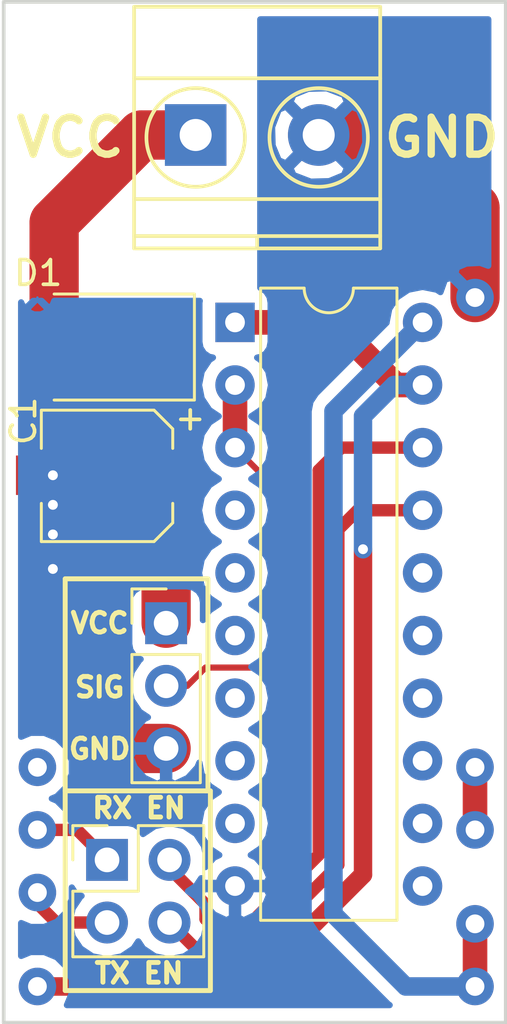
<source format=kicad_pcb>
(kicad_pcb (version 4) (host pcbnew 4.0.6+dfsg1-1)

  (general
    (links 19)
    (no_connects 2)
    (area 148.0511 61.625 168.875001 105.4536)
    (thickness 1.6)
    (drawings 21)
    (tracks 66)
    (zones 0)
    (modules 7)
    (nets 12)
  )

  (page A4)
  (layers
    (0 F.Cu signal)
    (31 B.Cu signal)
    (32 B.Adhes user)
    (33 F.Adhes user)
    (34 B.Paste user)
    (35 F.Paste user)
    (36 B.SilkS user)
    (37 F.SilkS user)
    (38 B.Mask user)
    (39 F.Mask user)
    (40 Dwgs.User user)
    (41 Cmts.User user)
    (42 Eco1.User user)
    (43 Eco2.User user hide)
    (44 Edge.Cuts user)
    (45 Margin user)
    (46 B.CrtYd user hide)
    (47 F.CrtYd user hide)
    (48 B.Fab user)
    (49 F.Fab user hide)
  )

  (setup
    (last_trace_width 0.25)
    (user_trace_width 0.5)
    (user_trace_width 0.75)
    (user_trace_width 1)
    (user_trace_width 2)
    (trace_clearance 0.2)
    (zone_clearance 0.508)
    (zone_45_only yes)
    (trace_min 0.2)
    (segment_width 0.2)
    (edge_width 0.15)
    (via_size 0.6)
    (via_drill 0.4)
    (via_min_size 0.4)
    (via_min_drill 0.3)
    (uvia_size 0.3)
    (uvia_drill 0.1)
    (uvias_allowed no)
    (uvia_min_size 0.2)
    (uvia_min_drill 0.1)
    (pcb_text_width 0.3)
    (pcb_text_size 1.5 1.5)
    (mod_edge_width 0.15)
    (mod_text_size 1 1)
    (mod_text_width 0.15)
    (pad_size 0.1 0.1)
    (pad_drill 0)
    (pad_to_mask_clearance 0.2)
    (aux_axis_origin 0 0)
    (visible_elements FFFFFF7F)
    (pcbplotparams
      (layerselection 0x010f0_80000001)
      (usegerberextensions true)
      (excludeedgelayer true)
      (linewidth 0.100000)
      (plotframeref false)
      (viasonmask false)
      (mode 1)
      (useauxorigin true)
      (hpglpennumber 1)
      (hpglpenspeed 20)
      (hpglpendiameter 15)
      (hpglpenoverlay 2)
      (psnegative false)
      (psa4output false)
      (plotreference true)
      (plotvalue true)
      (plotinvisibletext false)
      (padsonsilk false)
      (subtractmaskfromsilk false)
      (outputformat 1)
      (mirror false)
      (drillshape 0)
      (scaleselection 1)
      (outputdirectory Output/Plot/))
  )

  (net 0 "")
  (net 1 "Net-(C1-Pad1)")
  (net 2 GND)
  (net 3 "Net-(D1-Pad2)")
  (net 4 MOD_TX)
  (net 5 TX)
  (net 6 MOD_RX)
  (net 7 RX)
  (net 8 AX_SIGNAL)
  (net 9 +5V)
  (net 10 "Net-(M1-Pad2)")
  (net 11 CONTROL)

  (net_class Default "This is the default net class."
    (clearance 0.2)
    (trace_width 0.25)
    (via_dia 0.6)
    (via_drill 0.4)
    (uvia_dia 0.3)
    (uvia_drill 0.1)
    (add_net +5V)
    (add_net AX_SIGNAL)
    (add_net CONTROL)
    (add_net GND)
    (add_net MOD_RX)
    (add_net MOD_TX)
    (add_net "Net-(C1-Pad1)")
    (add_net "Net-(D1-Pad2)")
    (add_net "Net-(M1-Pad2)")
    (add_net RX)
    (add_net TX)
  )

  (module Diodes_SMD:D_SMB_Standard (layer F.Cu) (tedit 5AA45378) (tstamp 5AADA6F7)
    (at 152.6 77.8 180)
    (descr "Diode SMB Standard")
    (tags "Diode SMB Standard")
    (path /5AA2D551)
    (attr smd)
    (fp_text reference D1 (at 2.8 3 180) (layer F.SilkS)
      (effects (font (size 1 1) (thickness 0.15)))
    )
    (fp_text value D (at 0.05 4.7 180) (layer F.Fab) hide
      (effects (font (size 1 1) (thickness 0.15)))
    )
    (fp_line (start -3.55 -2.15) (end -3.55 2.15) (layer F.SilkS) (width 0.12))
    (fp_line (start 2.3 2) (end -2.3 2) (layer F.Fab) (width 0.1))
    (fp_line (start -2.3 2) (end -2.3 -2) (layer F.Fab) (width 0.1))
    (fp_line (start 2.3 -2) (end 2.3 2) (layer F.Fab) (width 0.1))
    (fp_line (start 2.3 -2) (end -2.3 -2) (layer F.Fab) (width 0.1))
    (fp_line (start -3.65 -2.25) (end 3.65 -2.25) (layer F.CrtYd) (width 0.05))
    (fp_line (start 3.65 -2.25) (end 3.65 2.25) (layer F.CrtYd) (width 0.05))
    (fp_line (start 3.65 2.25) (end -3.65 2.25) (layer F.CrtYd) (width 0.05))
    (fp_line (start -3.65 2.25) (end -3.65 -2.25) (layer F.CrtYd) (width 0.05))
    (fp_line (start -0.64944 0.00102) (end -1.55114 0.00102) (layer F.Fab) (width 0.1))
    (fp_line (start 0.50118 0.00102) (end 1.4994 0.00102) (layer F.Fab) (width 0.1))
    (fp_line (start -0.64944 -0.79908) (end -0.64944 0.80112) (layer F.Fab) (width 0.1))
    (fp_line (start 0.50118 0.75032) (end 0.50118 -0.79908) (layer F.Fab) (width 0.1))
    (fp_line (start -0.64944 0.00102) (end 0.50118 0.75032) (layer F.Fab) (width 0.1))
    (fp_line (start -0.64944 0.00102) (end 0.50118 -0.79908) (layer F.Fab) (width 0.1))
    (fp_line (start -3.55 2.15) (end 2.15 2.15) (layer F.SilkS) (width 0.12))
    (fp_line (start -3.55 -2.15) (end 2.15 -2.15) (layer F.SilkS) (width 0.12))
    (pad 1 smd rect (at -2.15 0 180) (size 2.5 2.3) (layers F.Cu F.Paste F.Mask)
      (net 1 "Net-(C1-Pad1)"))
    (pad 2 smd rect (at 2.15 0 180) (size 2.5 2.3) (layers F.Cu F.Paste F.Mask)
      (net 3 "Net-(D1-Pad2)"))
    (model Diodes_SMD.3dshapes/D_SMB_Standard.wrl
      (at (xyz 0 0 0))
      (scale (xyz 0.3937 0.3937 0.3937))
      (rotate (xyz 0 0 180))
    )
  )

  (module Pin_Headers:Pin_Header_Straight_2x02_Pitch2.54mm (layer F.Cu) (tedit 5AA45384) (tstamp 5AADA70F)
    (at 152.6 98.6)
    (descr "Through hole straight pin header, 2x02, 2.54mm pitch, double rows")
    (tags "Through hole pin header THT 2x02 2.54mm double row")
    (path /5AA2BC40)
    (fp_text reference J1 (at 1.27 -2.39) (layer F.SilkS) hide
      (effects (font (size 1 1) (thickness 0.15)))
    )
    (fp_text value CONN_02X02 (at 1.27 4.93) (layer F.Fab) hide
      (effects (font (size 1 1) (thickness 0.15)))
    )
    (fp_line (start -1.27 -1.27) (end -1.27 3.81) (layer F.Fab) (width 0.1))
    (fp_line (start -1.27 3.81) (end 3.81 3.81) (layer F.Fab) (width 0.1))
    (fp_line (start 3.81 3.81) (end 3.81 -1.27) (layer F.Fab) (width 0.1))
    (fp_line (start 3.81 -1.27) (end -1.27 -1.27) (layer F.Fab) (width 0.1))
    (fp_line (start -1.39 1.27) (end -1.39 3.93) (layer F.SilkS) (width 0.12))
    (fp_line (start -1.39 3.93) (end 3.93 3.93) (layer F.SilkS) (width 0.12))
    (fp_line (start 3.93 3.93) (end 3.93 -1.39) (layer F.SilkS) (width 0.12))
    (fp_line (start 3.93 -1.39) (end 1.27 -1.39) (layer F.SilkS) (width 0.12))
    (fp_line (start 1.27 -1.39) (end 1.27 1.27) (layer F.SilkS) (width 0.12))
    (fp_line (start 1.27 1.27) (end -1.39 1.27) (layer F.SilkS) (width 0.12))
    (fp_line (start -1.39 0) (end -1.39 -1.39) (layer F.SilkS) (width 0.12))
    (fp_line (start -1.39 -1.39) (end 0 -1.39) (layer F.SilkS) (width 0.12))
    (fp_line (start -1.6 -1.6) (end -1.6 4.1) (layer F.CrtYd) (width 0.05))
    (fp_line (start -1.6 4.1) (end 4.1 4.1) (layer F.CrtYd) (width 0.05))
    (fp_line (start 4.1 4.1) (end 4.1 -1.6) (layer F.CrtYd) (width 0.05))
    (fp_line (start 4.1 -1.6) (end -1.6 -1.6) (layer F.CrtYd) (width 0.05))
    (pad 1 thru_hole rect (at 0 0) (size 1.7 1.7) (drill 1) (layers *.Cu *.Mask)
      (net 6 MOD_RX))
    (pad 2 thru_hole oval (at 2.54 0) (size 1.7 1.7) (drill 1) (layers *.Cu *.Mask)
      (net 7 RX))
    (pad 3 thru_hole oval (at 0 2.54) (size 1.7 1.7) (drill 1) (layers *.Cu *.Mask)
      (net 4 MOD_TX))
    (pad 4 thru_hole oval (at 2.54 2.54) (size 1.7 1.7) (drill 1) (layers *.Cu *.Mask)
      (net 5 TX))
    (model Pin_Headers.3dshapes/Pin_Header_Straight_2x02_Pitch2.54mm.wrl
      (at (xyz 0.05 -0.05 0))
      (scale (xyz 1 1 1))
      (rotate (xyz 0 0 90))
    )
  )

  (module Connectors_Terminal_Blocks:TerminalBlock_Pheonix_MKDS1.5-2pol (layer F.Cu) (tedit 5AA45375) (tstamp 5AADA723)
    (at 156.2 69.2)
    (descr "2-way 5mm pitch terminal block, Phoenix MKDS series")
    (path /5AA2D28D)
    (fp_text reference J2 (at 2.5 5.9) (layer F.SilkS) hide
      (effects (font (size 1 1) (thickness 0.15)))
    )
    (fp_text value Screw_Terminal_1x02 (at 2.5 -6.6) (layer F.Fab) hide
      (effects (font (size 1 1) (thickness 0.15)))
    )
    (fp_line (start -2.7 -5.4) (end 7.7 -5.4) (layer F.CrtYd) (width 0.05))
    (fp_line (start -2.7 4.8) (end -2.7 -5.4) (layer F.CrtYd) (width 0.05))
    (fp_line (start 7.7 4.8) (end -2.7 4.8) (layer F.CrtYd) (width 0.05))
    (fp_line (start 7.7 -5.4) (end 7.7 4.8) (layer F.CrtYd) (width 0.05))
    (fp_line (start 2.5 4.1) (end 2.5 4.6) (layer F.SilkS) (width 0.15))
    (fp_circle (center 5 0.1) (end 3 0.1) (layer F.SilkS) (width 0.15))
    (fp_circle (center 0 0.1) (end 2 0.1) (layer F.SilkS) (width 0.15))
    (fp_line (start -2.5 2.6) (end 7.5 2.6) (layer F.SilkS) (width 0.15))
    (fp_line (start -2.5 -2.3) (end 7.5 -2.3) (layer F.SilkS) (width 0.15))
    (fp_line (start -2.5 4.1) (end 7.5 4.1) (layer F.SilkS) (width 0.15))
    (fp_line (start -2.5 4.6) (end 7.5 4.6) (layer F.SilkS) (width 0.15))
    (fp_line (start 7.5 4.6) (end 7.5 -5.2) (layer F.SilkS) (width 0.15))
    (fp_line (start 7.5 -5.2) (end -2.5 -5.2) (layer F.SilkS) (width 0.15))
    (fp_line (start -2.5 -5.2) (end -2.5 4.6) (layer F.SilkS) (width 0.15))
    (pad 1 thru_hole rect (at 0 0) (size 2.5 2.5) (drill 1.3) (layers *.Cu *.Mask)
      (net 3 "Net-(D1-Pad2)"))
    (pad 2 thru_hole circle (at 5 0) (size 2.5 2.5) (drill 1.3) (layers *.Cu *.Mask)
      (net 2 GND))
    (model Terminal_Blocks.3dshapes/TerminalBlock_Pheonix_MKDS1.5-2pol.wrl
      (at (xyz 0.0984 0 0))
      (scale (xyz 1 1 1))
      (rotate (xyz 0 0 180))
    )
  )

  (module Pin_Headers:Pin_Header_Straight_1x03_Pitch2.54mm (layer F.Cu) (tedit 5AA453B0) (tstamp 5AADA738)
    (at 155 89)
    (descr "Through hole straight pin header, 1x03, 2.54mm pitch, single row")
    (tags "Through hole pin header THT 1x03 2.54mm single row")
    (path /5AA2D07A)
    (fp_text reference J3 (at 0 -2.39) (layer F.SilkS) hide
      (effects (font (size 1 1) (thickness 0.15)))
    )
    (fp_text value CONN_01X03 (at 0 7.47) (layer F.Fab) hide
      (effects (font (size 1 1) (thickness 0.15)))
    )
    (fp_line (start -1.27 -1.27) (end -1.27 6.35) (layer F.Fab) (width 0.1))
    (fp_line (start -1.27 6.35) (end 1.27 6.35) (layer F.Fab) (width 0.1))
    (fp_line (start 1.27 6.35) (end 1.27 -1.27) (layer F.Fab) (width 0.1))
    (fp_line (start 1.27 -1.27) (end -1.27 -1.27) (layer F.Fab) (width 0.1))
    (fp_line (start -1.39 1.27) (end -1.39 6.47) (layer F.SilkS) (width 0.12))
    (fp_line (start -1.39 6.47) (end 1.39 6.47) (layer F.SilkS) (width 0.12))
    (fp_line (start 1.39 6.47) (end 1.39 1.27) (layer F.SilkS) (width 0.12))
    (fp_line (start 1.39 1.27) (end -1.39 1.27) (layer F.SilkS) (width 0.12))
    (fp_line (start -1.39 0) (end -1.39 -1.39) (layer F.SilkS) (width 0.12))
    (fp_line (start -1.39 -1.39) (end 0 -1.39) (layer F.SilkS) (width 0.12))
    (fp_line (start -1.6 -1.6) (end -1.6 6.6) (layer F.CrtYd) (width 0.05))
    (fp_line (start -1.6 6.6) (end 1.6 6.6) (layer F.CrtYd) (width 0.05))
    (fp_line (start 1.6 6.6) (end 1.6 -1.6) (layer F.CrtYd) (width 0.05))
    (fp_line (start 1.6 -1.6) (end -1.6 -1.6) (layer F.CrtYd) (width 0.05))
    (pad 1 thru_hole rect (at 0 0) (size 1.7 1.7) (drill 1) (layers *.Cu *.Mask)
      (net 1 "Net-(C1-Pad1)"))
    (pad 2 thru_hole oval (at 0 2.54) (size 1.7 1.7) (drill 1) (layers *.Cu *.Mask)
      (net 8 AX_SIGNAL))
    (pad 3 thru_hole oval (at 0 5.08) (size 1.7 1.7) (drill 1) (layers *.Cu *.Mask)
      (net 2 GND))
    (model Pin_Headers.3dshapes/Pin_Header_Straight_1x03_Pitch2.54mm.wrl
      (at (xyz 0 -0.1 0))
      (scale (xyz 1 1 1))
      (rotate (xyz 0 0 90))
    )
  )

  (module Aktuator_Module:Aktuator_Module (layer F.Cu) (tedit 5AA2BEBC) (tstamp 5AADA761)
    (at 148.5011 105.0036)
    (path /5AA2BDB1)
    (attr virtual)
    (fp_text reference M1 (at 10.795 -1.27) (layer F.SilkS) hide
      (effects (font (size 1 1) (thickness 0.15)))
    )
    (fp_text value Aktuator_Module (at 10.16 -17.78) (layer F.Fab) hide
      (effects (font (size 1 1) (thickness 0.15)))
    )
    (fp_text user 5V (at 17.526 -2.54 90) (layer B.SilkS) hide
      (effects (font (size 1 1) (thickness 0.15)) (justify mirror))
    )
    (fp_text user S (at 2.794 -1.27) (layer B.SilkS) hide
      (effects (font (size 1 1) (thickness 0.15)) (justify mirror))
    )
    (fp_text user G (at 2.794 -29.21) (layer B.SilkS) hide
      (effects (font (size 1 1) (thickness 0.15)) (justify mirror))
    )
    (fp_text user G (at 17.526 -29.21) (layer B.SilkS) hide
      (effects (font (size 1 1) (thickness 0.15)) (justify mirror))
    )
    (fp_text user 12V (at 17.526 -8.89 90) (layer B.SilkS) hide
      (effects (font (size 1 1) (thickness 0.15)) (justify mirror))
    )
    (pad 1 thru_hole circle (at 19.05 -1.27) (size 1.524 1.524) (drill 0.762) (layers *.Cu *.Mask)
      (net 9 +5V))
    (pad 1 thru_hole circle (at 19.05 -3.81) (size 1.524 1.524) (drill 0.762) (layers *.Cu *.Mask)
      (net 9 +5V))
    (pad 2 thru_hole circle (at 19.05 -7.62) (size 1.524 1.524) (drill 0.762) (layers *.Cu *.Mask)
      (net 10 "Net-(M1-Pad2)"))
    (pad 2 thru_hole circle (at 19.05 -10.16) (size 1.524 1.524) (drill 0.762) (layers *.Cu *.Mask)
      (net 10 "Net-(M1-Pad2)"))
    (pad 3 thru_hole circle (at 1.27 -1.27) (size 1.524 1.524) (drill 0.762) (layers *.Cu *.Mask)
      (net 11 CONTROL))
    (pad 4 smd circle (at 1.27 -29.21) (size 0.1 0.1) (layers B.Cu F.Paste F.Mask)
      (net 2 GND))
    (pad 4 thru_hole circle (at 19.05 -29.21) (size 1.524 1.524) (drill 0.762) (layers *.Cu *.Mask)
      (net 2 GND))
    (pad 6 thru_hole circle (at 1.27 -5.08) (size 1.524 1.524) (drill 0.762) (layers *.Cu *.Mask)
      (net 4 MOD_TX))
    (pad 7 thru_hole circle (at 1.27 -7.62) (size 1.524 1.524) (drill 0.762) (layers *.Cu *.Mask)
      (net 6 MOD_RX))
    (pad 8 thru_hole circle (at 1.27 -10.16) (size 1.524 1.524) (drill 0.762) (layers *.Cu *.Mask))
    (pad 9 smd circle (at 1.27 -12.7) (size 0.1 0.1) (layers F.Cu F.Paste F.Mask))
  )

  (module Housings_DIP:DIP-20_W7.62mm (layer F.Cu) (tedit 5AA45372) (tstamp 5AADA788)
    (at 157.8 76.8)
    (descr "20-lead dip package, row spacing 7.62 mm (300 mils)")
    (tags "DIL DIP PDIP 2.54mm 7.62mm 300mil")
    (path /5AA2B9DA)
    (fp_text reference U1 (at 3.81 -2.39) (layer F.SilkS) hide
      (effects (font (size 1 1) (thickness 0.15)))
    )
    (fp_text value 74LS241 (at 3.81 25.25) (layer F.Fab) hide
      (effects (font (size 1 1) (thickness 0.15)))
    )
    (fp_arc (start 3.81 -1.39) (end 2.81 -1.39) (angle -180) (layer F.SilkS) (width 0.12))
    (fp_line (start 1.635 -1.27) (end 6.985 -1.27) (layer F.Fab) (width 0.1))
    (fp_line (start 6.985 -1.27) (end 6.985 24.13) (layer F.Fab) (width 0.1))
    (fp_line (start 6.985 24.13) (end 0.635 24.13) (layer F.Fab) (width 0.1))
    (fp_line (start 0.635 24.13) (end 0.635 -0.27) (layer F.Fab) (width 0.1))
    (fp_line (start 0.635 -0.27) (end 1.635 -1.27) (layer F.Fab) (width 0.1))
    (fp_line (start 2.81 -1.39) (end 1.04 -1.39) (layer F.SilkS) (width 0.12))
    (fp_line (start 1.04 -1.39) (end 1.04 24.25) (layer F.SilkS) (width 0.12))
    (fp_line (start 1.04 24.25) (end 6.58 24.25) (layer F.SilkS) (width 0.12))
    (fp_line (start 6.58 24.25) (end 6.58 -1.39) (layer F.SilkS) (width 0.12))
    (fp_line (start 6.58 -1.39) (end 4.81 -1.39) (layer F.SilkS) (width 0.12))
    (fp_line (start -1.1 -1.6) (end -1.1 24.4) (layer F.CrtYd) (width 0.05))
    (fp_line (start -1.1 24.4) (end 8.7 24.4) (layer F.CrtYd) (width 0.05))
    (fp_line (start 8.7 24.4) (end 8.7 -1.6) (layer F.CrtYd) (width 0.05))
    (fp_line (start 8.7 -1.6) (end -1.1 -1.6) (layer F.CrtYd) (width 0.05))
    (pad 1 thru_hole rect (at 0 0) (size 1.6 1.6) (drill 0.8) (layers *.Cu *.Mask)
      (net 11 CONTROL))
    (pad 11 thru_hole oval (at 7.62 22.86) (size 1.6 1.6) (drill 0.8) (layers *.Cu *.Mask))
    (pad 2 thru_hole oval (at 0 2.54) (size 1.6 1.6) (drill 0.8) (layers *.Cu *.Mask)
      (net 8 AX_SIGNAL))
    (pad 12 thru_hole oval (at 7.62 20.32) (size 1.6 1.6) (drill 0.8) (layers *.Cu *.Mask))
    (pad 3 thru_hole oval (at 0 5.08) (size 1.6 1.6) (drill 0.8) (layers *.Cu *.Mask)
      (net 8 AX_SIGNAL))
    (pad 13 thru_hole oval (at 7.62 17.78) (size 1.6 1.6) (drill 0.8) (layers *.Cu *.Mask))
    (pad 4 thru_hole oval (at 0 7.62) (size 1.6 1.6) (drill 0.8) (layers *.Cu *.Mask))
    (pad 14 thru_hole oval (at 7.62 15.24) (size 1.6 1.6) (drill 0.8) (layers *.Cu *.Mask))
    (pad 5 thru_hole oval (at 0 10.16) (size 1.6 1.6) (drill 0.8) (layers *.Cu *.Mask))
    (pad 15 thru_hole oval (at 7.62 12.7) (size 1.6 1.6) (drill 0.8) (layers *.Cu *.Mask))
    (pad 6 thru_hole oval (at 0 12.7) (size 1.6 1.6) (drill 0.8) (layers *.Cu *.Mask))
    (pad 16 thru_hole oval (at 7.62 10.16) (size 1.6 1.6) (drill 0.8) (layers *.Cu *.Mask))
    (pad 7 thru_hole oval (at 0 15.24) (size 1.6 1.6) (drill 0.8) (layers *.Cu *.Mask))
    (pad 17 thru_hole oval (at 7.62 7.62) (size 1.6 1.6) (drill 0.8) (layers *.Cu *.Mask)
      (net 5 TX))
    (pad 8 thru_hole oval (at 0 17.78) (size 1.6 1.6) (drill 0.8) (layers *.Cu *.Mask))
    (pad 18 thru_hole oval (at 7.62 5.08) (size 1.6 1.6) (drill 0.8) (layers *.Cu *.Mask)
      (net 7 RX))
    (pad 9 thru_hole oval (at 0 20.32) (size 1.6 1.6) (drill 0.8) (layers *.Cu *.Mask))
    (pad 19 thru_hole oval (at 7.62 2.54) (size 1.6 1.6) (drill 0.8) (layers *.Cu *.Mask)
      (net 11 CONTROL))
    (pad 10 thru_hole oval (at 0 22.86) (size 1.6 1.6) (drill 0.8) (layers *.Cu *.Mask)
      (net 2 GND))
    (pad 20 thru_hole oval (at 7.62 0) (size 1.6 1.6) (drill 0.8) (layers *.Cu *.Mask)
      (net 9 +5V))
    (model Housings_DIP.3dshapes/DIP-20_W7.62mm.wrl
      (at (xyz 0 0 0))
      (scale (xyz 1 1 1))
      (rotate (xyz 0 0 0))
    )
  )

  (module Capacitors_SMD:CP_Elec_5x5.3 (layer F.Cu) (tedit 5AA453B5) (tstamp 5AADC235)
    (at 152.6 83 180)
    (descr "SMT capacitor, aluminium electrolytic, 5x5.3")
    (path /5AA2D312)
    (attr smd)
    (fp_text reference C1 (at 3.4 2.2 270) (layer F.SilkS)
      (effects (font (size 1 1) (thickness 0.15)))
    )
    (fp_text value CP (at 0 -3.92 180) (layer F.Fab) hide
      (effects (font (size 1 1) (thickness 0.15)))
    )
    (fp_circle (center 0 0) (end 0.3 2.4) (layer F.Fab) (width 0.1))
    (fp_text user + (at -1.37 -0.08 180) (layer F.Fab)
      (effects (font (size 1 1) (thickness 0.15)))
    )
    (fp_text user + (at -3.38 2.34 180) (layer F.SilkS)
      (effects (font (size 1 1) (thickness 0.15)))
    )
    (fp_text user %R (at 0 3.92 180) (layer F.Fab)
      (effects (font (size 1 1) (thickness 0.15)))
    )
    (fp_line (start 2.51 2.49) (end 2.51 -2.54) (layer F.Fab) (width 0.1))
    (fp_line (start -1.84 2.49) (end 2.51 2.49) (layer F.Fab) (width 0.1))
    (fp_line (start -2.51 1.82) (end -1.84 2.49) (layer F.Fab) (width 0.1))
    (fp_line (start -2.51 -1.87) (end -2.51 1.82) (layer F.Fab) (width 0.1))
    (fp_line (start -1.84 -2.54) (end -2.51 -1.87) (layer F.Fab) (width 0.1))
    (fp_line (start 2.51 -2.54) (end -1.84 -2.54) (layer F.Fab) (width 0.1))
    (fp_line (start 2.67 -2.69) (end 2.67 -1.14) (layer F.SilkS) (width 0.12))
    (fp_line (start 2.67 2.64) (end 2.67 1.09) (layer F.SilkS) (width 0.12))
    (fp_line (start -2.67 1.88) (end -2.67 1.09) (layer F.SilkS) (width 0.12))
    (fp_line (start -2.67 -1.93) (end -2.67 -1.14) (layer F.SilkS) (width 0.12))
    (fp_line (start 2.67 -2.69) (end -1.91 -2.69) (layer F.SilkS) (width 0.12))
    (fp_line (start -1.91 -2.69) (end -2.67 -1.93) (layer F.SilkS) (width 0.12))
    (fp_line (start -2.67 1.88) (end -1.91 2.64) (layer F.SilkS) (width 0.12))
    (fp_line (start -1.91 2.64) (end 2.67 2.64) (layer F.SilkS) (width 0.12))
    (fp_line (start -3.95 -2.79) (end 3.95 -2.79) (layer F.CrtYd) (width 0.05))
    (fp_line (start -3.95 -2.79) (end -3.95 2.74) (layer F.CrtYd) (width 0.05))
    (fp_line (start 3.95 2.74) (end 3.95 -2.79) (layer F.CrtYd) (width 0.05))
    (fp_line (start 3.95 2.74) (end -3.95 2.74) (layer F.CrtYd) (width 0.05))
    (pad 1 smd rect (at -2.2 0) (size 3 1.6) (layers F.Cu F.Paste F.Mask)
      (net 1 "Net-(C1-Pad1)"))
    (pad 2 smd rect (at 2.2 0) (size 3 1.6) (layers F.Cu F.Paste F.Mask)
      (net 2 GND))
    (model Capacitors_SMD.3dshapes/CP_Elec_5x5.3.wrl
      (at (xyz 0 0 0))
      (scale (xyz 1 1 1))
      (rotate (xyz 0 0 180))
    )
  )

  (gr_text VCC (at 151.1 69.3) (layer F.SilkS)
    (effects (font (size 1.5 1.5) (thickness 0.3)))
  )
  (gr_text GND (at 166.2 69.3) (layer F.SilkS)
    (effects (font (size 1.5 1.5) (thickness 0.3)))
  )
  (gr_text VCC (at 152.3 89) (layer F.SilkS)
    (effects (font (size 0.8 0.8) (thickness 0.2)))
  )
  (gr_text SIG (at 152.3 91.6) (layer F.SilkS)
    (effects (font (size 0.8 0.8) (thickness 0.2)))
  )
  (gr_text GND (at 152.3 94.1) (layer F.SilkS)
    (effects (font (size 0.8 0.8) (thickness 0.2)))
  )
  (gr_text "RX EN" (at 153.9 96.5) (layer F.SilkS)
    (effects (font (size 0.8 0.8) (thickness 0.2)))
  )
  (gr_text "TX EN" (at 153.9 103.2) (layer F.SilkS)
    (effects (font (size 0.8 0.8) (thickness 0.2)))
  )
  (gr_line (start 156.8 95.8) (end 156.6 95.8) (angle 90) (layer F.SilkS) (width 0.2))
  (gr_line (start 156.8 103.9) (end 156.8 95.8) (angle 90) (layer F.SilkS) (width 0.2))
  (gr_line (start 150.9 103.9) (end 156.8 103.9) (angle 90) (layer F.SilkS) (width 0.2))
  (gr_line (start 150.9 95.8) (end 150.9 103.9) (angle 90) (layer F.SilkS) (width 0.2))
  (gr_line (start 150.9 87.2) (end 156.7 87.2) (angle 90) (layer F.SilkS) (width 0.2))
  (gr_line (start 150.9 95.8) (end 150.9 87.2) (angle 90) (layer F.SilkS) (width 0.2))
  (gr_line (start 156.7 95.8) (end 156.7 87.2) (angle 90) (layer F.SilkS) (width 0.2))
  (gr_line (start 156.6 95.8) (end 156.7 95.8) (angle 90) (layer F.SilkS) (width 0.2))
  (gr_line (start 150.9 95.8) (end 156.6 95.8) (angle 90) (layer F.SilkS) (width 0.2))
  (gr_line (start 148.4 105.2) (end 148.6 105.2) (angle 90) (layer Edge.Cuts) (width 0.15))
  (gr_line (start 148.4 63.8) (end 148.4 105.2) (angle 90) (layer Edge.Cuts) (width 0.15))
  (gr_line (start 168.8 63.8) (end 148.4 63.8) (angle 90) (layer Edge.Cuts) (width 0.15))
  (gr_line (start 168.8 105.2) (end 168.8 63.8) (angle 90) (layer Edge.Cuts) (width 0.15))
  (gr_line (start 148.6 105.2) (end 168.8 105.2) (angle 90) (layer Edge.Cuts) (width 0.15))

  (segment (start 154.8 83) (end 154.8 77.85) (width 2) (layer F.Cu) (net 1))
  (segment (start 154.8 77.85) (end 154.75 77.8) (width 2) (layer F.Cu) (net 1) (tstamp 5AADC57F))
  (segment (start 155 89) (end 155 83.2) (width 2) (layer F.Cu) (net 1))
  (segment (start 155 83.2) (end 154.8 83) (width 2) (layer F.Cu) (net 1) (tstamp 5AADC451))
  (via (at 150.4 86.8) (size 0.6) (drill 0.4) (layers F.Cu B.Cu) (net 2))
  (via (at 150.4 85.4) (size 0.6) (drill 0.4) (layers F.Cu B.Cu) (net 2))
  (via (at 150.4 84.2) (size 0.6) (drill 0.4) (layers F.Cu B.Cu) (net 2))
  (via (at 150.4 83) (size 0.6) (drill 0.4) (layers F.Cu B.Cu) (net 2))
  (segment (start 167.5511 75.7936) (end 167.5511 72.1511) (width 2) (layer F.Cu) (net 2))
  (segment (start 164.6 69.2) (end 161.2 69.2) (width 2) (layer F.Cu) (net 2) (tstamp 5AADC461))
  (segment (start 167.5511 72.1511) (end 164.6 69.2) (width 2) (layer F.Cu) (net 2) (tstamp 5AADC460))
  (segment (start 155 94.08) (end 153.08 94.08) (width 2) (layer F.Cu) (net 2))
  (segment (start 150.4 90.6) (end 150.4 86.8) (width 2) (layer F.Cu) (net 2) (tstamp 5AADC459))
  (segment (start 150.4 86.8) (end 150.4 85.4) (width 2) (layer F.Cu) (net 2) (tstamp 5AADC598))
  (segment (start 150.4 85.4) (end 150.4 84.2) (width 2) (layer F.Cu) (net 2) (tstamp 5AADC58F))
  (segment (start 150.4 84.2) (end 150.4 83) (width 2) (layer F.Cu) (net 2) (tstamp 5AADC58A))
  (segment (start 151.4 91.6) (end 150.4 90.6) (width 2) (layer F.Cu) (net 2) (tstamp 5AADC458))
  (segment (start 151.4 92.4) (end 151.4 91.6) (width 2) (layer F.Cu) (net 2) (tstamp 5AADC457))
  (segment (start 153.08 94.08) (end 151.4 92.4) (width 2) (layer F.Cu) (net 2) (tstamp 5AADC456))
  (segment (start 150.45 77.8) (end 150.45 72.75) (width 2) (layer F.Cu) (net 3))
  (segment (start 154 69.2) (end 156.2 69.2) (width 2) (layer F.Cu) (net 3) (tstamp 5AADC583))
  (segment (start 150.45 72.75) (end 154 69.2) (width 2) (layer F.Cu) (net 3) (tstamp 5AADC582))
  (segment (start 149.7711 99.9236) (end 149.7711 100.3711) (width 0.5) (layer F.Cu) (net 4))
  (segment (start 149.7711 100.3711) (end 150.54 101.14) (width 0.5) (layer F.Cu) (net 4) (tstamp 5AADC5BA))
  (segment (start 150.54 101.14) (end 152.6 101.14) (width 0.5) (layer F.Cu) (net 4) (tstamp 5AADC5BB))
  (segment (start 165.42 84.42) (end 162.78 84.42) (width 0.5) (layer F.Cu) (net 5))
  (segment (start 156.6 102.6) (end 155.14 101.14) (width 0.5) (layer F.Cu) (net 5) (tstamp 5AADC63C))
  (segment (start 158.2 102.6) (end 156.6 102.6) (width 0.5) (layer F.Cu) (net 5) (tstamp 5AADC63A))
  (segment (start 162 98.8) (end 158.2 102.6) (width 0.5) (layer F.Cu) (net 5) (tstamp 5AADC638))
  (segment (start 162 85.2) (end 162 98.8) (width 0.5) (layer F.Cu) (net 5) (tstamp 5AADC637))
  (segment (start 162.78 84.42) (end 162 85.2) (width 0.5) (layer F.Cu) (net 5) (tstamp 5AADC636))
  (segment (start 149.7711 97.3836) (end 151.3836 97.3836) (width 0.5) (layer F.Cu) (net 6))
  (segment (start 151.3836 97.3836) (end 152.6 98.6) (width 0.5) (layer F.Cu) (net 6) (tstamp 5AADC5B7))
  (segment (start 155.14 98.6) (end 155.14 98.94) (width 0.5) (layer F.Cu) (net 7))
  (segment (start 155.14 98.94) (end 156.6 100.4) (width 0.5) (layer F.Cu) (net 7) (tstamp 5AADC62B))
  (segment (start 156.6 100.4) (end 156.6 101) (width 0.5) (layer F.Cu) (net 7) (tstamp 5AADC62C))
  (segment (start 156.6 101) (end 157 101.4) (width 0.5) (layer F.Cu) (net 7) (tstamp 5AADC62D))
  (segment (start 157 101.4) (end 158.2 101.4) (width 0.5) (layer F.Cu) (net 7) (tstamp 5AADC62E))
  (segment (start 158.2 101.4) (end 161.2 98.4) (width 0.5) (layer F.Cu) (net 7) (tstamp 5AADC62F))
  (segment (start 161.2 98.4) (end 161.2 82.8) (width 0.5) (layer F.Cu) (net 7) (tstamp 5AADC630))
  (segment (start 161.2 82.8) (end 162.12 81.88) (width 0.5) (layer F.Cu) (net 7) (tstamp 5AADC632))
  (segment (start 162.12 81.88) (end 165.42 81.88) (width 0.5) (layer F.Cu) (net 7) (tstamp 5AADC633))
  (segment (start 155 91.54) (end 155.86 91.54) (width 0.25) (layer F.Cu) (net 8))
  (segment (start 159.4 83.48) (end 157.8 81.88) (width 0.25) (layer F.Cu) (net 8) (tstamp 5AADC650))
  (segment (start 159.4 90.2) (end 159.4 83.48) (width 0.25) (layer F.Cu) (net 8) (tstamp 5AADC64F))
  (segment (start 158.8 90.8) (end 159.4 90.2) (width 0.25) (layer F.Cu) (net 8) (tstamp 5AADC64E))
  (segment (start 156.6 90.8) (end 158.8 90.8) (width 0.25) (layer F.Cu) (net 8) (tstamp 5AADC64D))
  (segment (start 155.86 91.54) (end 156.6 90.8) (width 0.25) (layer F.Cu) (net 8) (tstamp 5AADC64C))
  (segment (start 157.8 81.88) (end 157.8 79.34) (width 1) (layer F.Cu) (net 8))
  (segment (start 165.42 76.8) (end 165.4 76.8) (width 0.75) (layer B.Cu) (net 9))
  (segment (start 165.4 76.8) (end 161.8 80.4) (width 0.75) (layer B.Cu) (net 9) (tstamp 5AADC66D))
  (segment (start 161.8 80.4) (end 161.8 100.8) (width 0.75) (layer B.Cu) (net 9) (tstamp 5AADC66E))
  (segment (start 161.8 100.8) (end 164.7336 103.7336) (width 0.75) (layer B.Cu) (net 9) (tstamp 5AADC670))
  (segment (start 164.7336 103.7336) (end 167.5511 103.7336) (width 0.75) (layer B.Cu) (net 9) (tstamp 5AADC672))
  (segment (start 167.5511 101.1936) (end 167.5511 103.7336) (width 1) (layer F.Cu) (net 9))
  (segment (start 167.5511 94.8436) (end 167.5511 97.3836) (width 1) (layer F.Cu) (net 10))
  (segment (start 149.7711 103.7336) (end 158.4664 103.7336) (width 0.75) (layer F.Cu) (net 11))
  (segment (start 164.26 79.34) (end 165.42 79.34) (width 0.75) (layer B.Cu) (net 11) (tstamp 5AADC65C))
  (segment (start 163 80.6) (end 164.26 79.34) (width 0.75) (layer B.Cu) (net 11) (tstamp 5AADC65B))
  (segment (start 163 86) (end 163 80.6) (width 0.75) (layer B.Cu) (net 11) (tstamp 5AADC65A))
  (via (at 163 86) (size 0.6) (drill 0.4) (layers F.Cu B.Cu) (net 11))
  (segment (start 163 99.2) (end 163 86) (width 0.75) (layer F.Cu) (net 11) (tstamp 5AADC656))
  (segment (start 158.4664 103.7336) (end 163 99.2) (width 0.75) (layer F.Cu) (net 11) (tstamp 5AADC654))
  (segment (start 157.8 76.8) (end 161.8 76.8) (width 1) (layer F.Cu) (net 11))
  (segment (start 164.34 79.34) (end 165.42 79.34) (width 1) (layer F.Cu) (net 11) (tstamp 5AADC644))
  (segment (start 161.8 76.8) (end 164.34 79.34) (width 1) (layer F.Cu) (net 11) (tstamp 5AADC643))

  (zone (net 2) (net_name GND) (layer B.Cu) (tstamp 5AADC65F) (hatch edge 0.508)
    (connect_pads (clearance 0.508))
    (min_thickness 0.254)
    (fill yes (arc_segments 16) (thermal_gap 0.508) (thermal_bridge_width 0.508))
    (polygon
      (pts
        (xy 148.4 63.8) (xy 168.8 63.8) (xy 168.8 105.2) (xy 148.4 105.2)
      )
    )
    (filled_polygon
      (pts
        (xy 168.09 74.502617) (xy 167.758798 74.384456) (xy 167.203732 74.412238) (xy 166.819957 74.571203) (xy 166.750492 74.813387)
        (xy 167.5511 75.613995) (xy 167.565243 75.599853) (xy 167.744848 75.779458) (xy 167.730705 75.7936) (xy 167.744848 75.807743)
        (xy 167.565243 75.987348) (xy 167.5511 75.973205) (xy 167.536958 75.987348) (xy 167.357353 75.807743) (xy 167.371495 75.7936)
        (xy 166.570887 74.992992) (xy 166.328703 75.062457) (xy 166.146274 75.573799) (xy 165.997264 75.474233) (xy 165.448113 75.365)
        (xy 165.391887 75.365) (xy 164.842736 75.474233) (xy 164.377189 75.785302) (xy 164.06612 76.250849) (xy 163.956887 76.8)
        (xy 163.959335 76.812309) (xy 161.085822 79.685822) (xy 160.866882 80.01349) (xy 160.79 80.4) (xy 160.79 100.8)
        (xy 160.866882 101.18651) (xy 161.085822 101.514178) (xy 164.019422 104.447778) (xy 164.082612 104.49) (xy 150.969665 104.49)
        (xy 151.167857 104.0127) (xy 151.168342 103.456939) (xy 150.95611 102.943297) (xy 150.56347 102.549971) (xy 150.0502 102.336843)
        (xy 149.494439 102.336358) (xy 149.11 102.495205) (xy 149.11 101.161737) (xy 149.492 101.320357) (xy 150.047761 101.320842)
        (xy 150.561403 101.10861) (xy 150.954729 100.71597) (xy 151.167857 100.2027) (xy 151.168279 99.718638) (xy 151.28591 99.901441)
        (xy 151.49811 100.046431) (xy 151.565541 100.060086) (xy 151.520853 100.089946) (xy 151.198946 100.571715) (xy 151.085907 101.14)
        (xy 151.198946 101.708285) (xy 151.520853 102.190054) (xy 152.002622 102.511961) (xy 152.570907 102.625) (xy 152.629093 102.625)
        (xy 153.197378 102.511961) (xy 153.679147 102.190054) (xy 153.87 101.904422) (xy 154.060853 102.190054) (xy 154.542622 102.511961)
        (xy 155.110907 102.625) (xy 155.169093 102.625) (xy 155.737378 102.511961) (xy 156.219147 102.190054) (xy 156.541054 101.708285)
        (xy 156.654093 101.14) (xy 156.541054 100.571715) (xy 156.219147 100.089946) (xy 156.098061 100.009039) (xy 156.408096 100.009039)
        (xy 156.568959 100.397423) (xy 156.944866 100.812389) (xy 157.450959 101.051914) (xy 157.673 100.930629) (xy 157.673 99.787)
        (xy 157.927 99.787) (xy 157.927 100.930629) (xy 158.149041 101.051914) (xy 158.655134 100.812389) (xy 159.031041 100.397423)
        (xy 159.191904 100.009039) (xy 159.069915 99.787) (xy 157.927 99.787) (xy 157.673 99.787) (xy 156.530085 99.787)
        (xy 156.408096 100.009039) (xy 156.098061 100.009039) (xy 155.889974 99.87) (xy 156.219147 99.650054) (xy 156.425073 99.341863)
        (xy 156.530085 99.533) (xy 157.673 99.533) (xy 157.673 99.513) (xy 157.927 99.513) (xy 157.927 99.533)
        (xy 159.069915 99.533) (xy 159.191904 99.310961) (xy 159.031041 98.922577) (xy 158.655134 98.507611) (xy 158.438297 98.404986)
        (xy 158.842811 98.134698) (xy 159.15388 97.669151) (xy 159.263113 97.12) (xy 159.15388 96.570849) (xy 158.842811 96.105302)
        (xy 158.460725 95.85) (xy 158.842811 95.594698) (xy 159.15388 95.129151) (xy 159.263113 94.58) (xy 159.15388 94.030849)
        (xy 158.842811 93.565302) (xy 158.460725 93.31) (xy 158.842811 93.054698) (xy 159.15388 92.589151) (xy 159.263113 92.04)
        (xy 159.15388 91.490849) (xy 158.842811 91.025302) (xy 158.460725 90.77) (xy 158.842811 90.514698) (xy 159.15388 90.049151)
        (xy 159.263113 89.5) (xy 159.15388 88.950849) (xy 158.842811 88.485302) (xy 158.460725 88.23) (xy 158.842811 87.974698)
        (xy 159.15388 87.509151) (xy 159.263113 86.96) (xy 159.15388 86.410849) (xy 158.842811 85.945302) (xy 158.460725 85.69)
        (xy 158.842811 85.434698) (xy 159.15388 84.969151) (xy 159.263113 84.42) (xy 159.15388 83.870849) (xy 158.842811 83.405302)
        (xy 158.460725 83.15) (xy 158.842811 82.894698) (xy 159.15388 82.429151) (xy 159.263113 81.88) (xy 159.15388 81.330849)
        (xy 158.842811 80.865302) (xy 158.460725 80.61) (xy 158.842811 80.354698) (xy 159.15388 79.889151) (xy 159.263113 79.34)
        (xy 159.15388 78.790849) (xy 158.842811 78.325302) (xy 158.698535 78.228899) (xy 158.835317 78.203162) (xy 159.051441 78.06409)
        (xy 159.196431 77.85189) (xy 159.24744 77.6) (xy 159.24744 76) (xy 159.203162 75.764683) (xy 159.06409 75.548559)
        (xy 158.85189 75.403569) (xy 158.827 75.398529) (xy 158.827 70.53332) (xy 160.046285 70.53332) (xy 160.175533 70.826123)
        (xy 160.875806 71.094388) (xy 161.625435 71.07425) (xy 162.224467 70.826123) (xy 162.353715 70.53332) (xy 161.2 69.379605)
        (xy 160.046285 70.53332) (xy 158.827 70.53332) (xy 158.827 68.875806) (xy 159.305612 68.875806) (xy 159.32575 69.625435)
        (xy 159.573877 70.224467) (xy 159.86668 70.353715) (xy 161.020395 69.2) (xy 161.379605 69.2) (xy 162.53332 70.353715)
        (xy 162.826123 70.224467) (xy 163.094388 69.524194) (xy 163.07425 68.774565) (xy 162.826123 68.175533) (xy 162.53332 68.046285)
        (xy 161.379605 69.2) (xy 161.020395 69.2) (xy 159.86668 68.046285) (xy 159.573877 68.175533) (xy 159.305612 68.875806)
        (xy 158.827 68.875806) (xy 158.827 67.86668) (xy 160.046285 67.86668) (xy 161.2 69.020395) (xy 162.353715 67.86668)
        (xy 162.224467 67.573877) (xy 161.524194 67.305612) (xy 160.774565 67.32575) (xy 160.175533 67.573877) (xy 160.046285 67.86668)
        (xy 158.827 67.86668) (xy 158.827 64.51) (xy 168.09 64.51)
      )
    )
    (filled_polygon
      (pts
        (xy 149.407583 76.192473) (xy 149.381068 76.372966) (xy 149.63247 76.478123) (xy 149.904979 76.479069) (xy 150.157105 76.375658)
        (xy 150.161132 76.372966) (xy 150.134617 76.192473) (xy 149.869145 75.927) (xy 149.939855 75.927) (xy 150.169973 76.157117)
        (xy 150.350466 76.183632) (xy 150.455623 75.93223) (xy 150.455641 75.927) (xy 156.367343 75.927) (xy 156.35256 76)
        (xy 156.35256 77.6) (xy 156.396838 77.835317) (xy 156.53591 78.051441) (xy 156.74811 78.196431) (xy 156.903089 78.227815)
        (xy 156.757189 78.325302) (xy 156.44612 78.790849) (xy 156.336887 79.34) (xy 156.44612 79.889151) (xy 156.757189 80.354698)
        (xy 157.139275 80.61) (xy 156.757189 80.865302) (xy 156.44612 81.330849) (xy 156.336887 81.88) (xy 156.44612 82.429151)
        (xy 156.757189 82.894698) (xy 157.139275 83.15) (xy 156.757189 83.405302) (xy 156.44612 83.870849) (xy 156.336887 84.42)
        (xy 156.44612 84.969151) (xy 156.757189 85.434698) (xy 157.139275 85.69) (xy 156.757189 85.945302) (xy 156.44612 86.410849)
        (xy 156.336887 86.96) (xy 156.44612 87.509151) (xy 156.757189 87.974698) (xy 157.139275 88.23) (xy 156.757189 88.485302)
        (xy 156.49744 88.874043) (xy 156.49744 88.15) (xy 156.453162 87.914683) (xy 156.31409 87.698559) (xy 156.10189 87.553569)
        (xy 155.85 87.50256) (xy 154.15 87.50256) (xy 153.914683 87.546838) (xy 153.698559 87.68591) (xy 153.553569 87.89811)
        (xy 153.50256 88.15) (xy 153.50256 89.85) (xy 153.546838 90.085317) (xy 153.68591 90.301441) (xy 153.89811 90.446431)
        (xy 153.965541 90.460086) (xy 153.920853 90.489946) (xy 153.598946 90.971715) (xy 153.485907 91.54) (xy 153.598946 92.108285)
        (xy 153.920853 92.590054) (xy 154.261553 92.817702) (xy 154.118642 92.884817) (xy 153.728355 93.313076) (xy 153.558524 93.72311)
        (xy 153.679845 93.953) (xy 154.873 93.953) (xy 154.873 93.933) (xy 155.127 93.933) (xy 155.127 93.953)
        (xy 155.147 93.953) (xy 155.147 94.207) (xy 155.127 94.207) (xy 155.127 95.400819) (xy 155.356892 95.521486)
        (xy 155.881358 95.275183) (xy 156.271645 94.846924) (xy 156.351589 94.653911) (xy 156.44612 95.129151) (xy 156.757189 95.594698)
        (xy 157.139275 95.85) (xy 156.757189 96.105302) (xy 156.44612 96.570849) (xy 156.336887 97.12) (xy 156.44612 97.669151)
        (xy 156.757189 98.134698) (xy 157.161703 98.404986) (xy 156.944866 98.507611) (xy 156.595828 98.892916) (xy 156.654093 98.6)
        (xy 156.541054 98.031715) (xy 156.219147 97.549946) (xy 155.737378 97.228039) (xy 155.169093 97.115) (xy 155.110907 97.115)
        (xy 154.542622 97.228039) (xy 154.060853 97.549946) (xy 154.060029 97.551179) (xy 154.053162 97.514683) (xy 153.91409 97.298559)
        (xy 153.70189 97.153569) (xy 153.45 97.10256) (xy 151.75 97.10256) (xy 151.514683 97.146838) (xy 151.298559 97.28591)
        (xy 151.168019 97.476962) (xy 151.168342 97.106939) (xy 150.95611 96.593297) (xy 150.56347 96.199971) (xy 150.355588 96.113651)
        (xy 150.561403 96.02861) (xy 150.954729 95.63597) (xy 151.167857 95.1227) (xy 151.168342 94.566939) (xy 151.114607 94.43689)
        (xy 153.558524 94.43689) (xy 153.728355 94.846924) (xy 154.118642 95.275183) (xy 154.643108 95.521486) (xy 154.873 95.400819)
        (xy 154.873 94.207) (xy 153.679845 94.207) (xy 153.558524 94.43689) (xy 151.114607 94.43689) (xy 150.95611 94.053297)
        (xy 150.56347 93.659971) (xy 150.0502 93.446843) (xy 149.494439 93.446358) (xy 149.11 93.605205) (xy 149.11 75.986893)
        (xy 149.189042 76.179605) (xy 149.191734 76.183632) (xy 149.372227 76.157117) (xy 149.602345 75.927) (xy 149.673055 75.927)
      )
    )
  )
  (zone (net 0) (net_name "") (layer B.Cu) (tstamp 5AA455DF) (hatch edge 0.508)
    (connect_pads (clearance 0.508))
    (min_thickness 0.254)
    (keepout (tracks allowed) (vias allowed) (copperpour not_allowed))
    (fill (arc_segments 16) (thermal_gap 0.508) (thermal_bridge_width 0.508))
    (polygon
      (pts
        (xy 148.4 63.8) (xy 158.6 63.8) (xy 158.7 63.8) (xy 158.7 75.8) (xy 148.4 75.8)
      )
    )
  )
)

</source>
